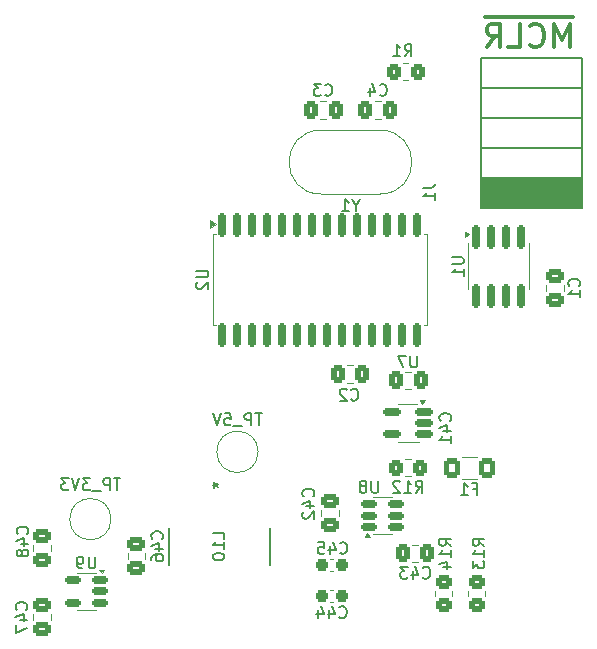
<source format=gbo>
%TF.GenerationSoftware,KiCad,Pcbnew,8.0.6*%
%TF.CreationDate,2025-01-08T17:22:55-05:00*%
%TF.ProjectId,LTT,4c54542e-6b69-4636-9164-5f7063625858,rev?*%
%TF.SameCoordinates,Original*%
%TF.FileFunction,Legend,Bot*%
%TF.FilePolarity,Positive*%
%FSLAX46Y46*%
G04 Gerber Fmt 4.6, Leading zero omitted, Abs format (unit mm)*
G04 Created by KiCad (PCBNEW 8.0.6) date 2025-01-08 17:22:55*
%MOMM*%
%LPD*%
G01*
G04 APERTURE LIST*
G04 Aperture macros list*
%AMRoundRect*
0 Rectangle with rounded corners*
0 $1 Rounding radius*
0 $2 $3 $4 $5 $6 $7 $8 $9 X,Y pos of 4 corners*
0 Add a 4 corners polygon primitive as box body*
4,1,4,$2,$3,$4,$5,$6,$7,$8,$9,$2,$3,0*
0 Add four circle primitives for the rounded corners*
1,1,$1+$1,$2,$3*
1,1,$1+$1,$4,$5*
1,1,$1+$1,$6,$7*
1,1,$1+$1,$8,$9*
0 Add four rect primitives between the rounded corners*
20,1,$1+$1,$2,$3,$4,$5,0*
20,1,$1+$1,$4,$5,$6,$7,0*
20,1,$1+$1,$6,$7,$8,$9,0*
20,1,$1+$1,$8,$9,$2,$3,0*%
G04 Aperture macros list end*
%ADD10C,0.300000*%
%ADD11C,0.150000*%
%ADD12C,0.120000*%
%ADD13C,0.152400*%
%ADD14C,0.800000*%
%ADD15C,6.400000*%
%ADD16RoundRect,0.102000X0.500000X2.280000X-0.500000X2.280000X-0.500000X-2.280000X0.500000X-2.280000X0*%
%ADD17C,2.200000*%
%ADD18R,1.200000X1.200000*%
%ADD19C,1.200000*%
%ADD20RoundRect,0.162500X0.617500X0.162500X-0.617500X0.162500X-0.617500X-0.162500X0.617500X-0.162500X0*%
%ADD21RoundRect,0.237500X-0.300000X-0.237500X0.300000X-0.237500X0.300000X0.237500X-0.300000X0.237500X0*%
%ADD22RoundRect,0.250000X0.475000X-0.337500X0.475000X0.337500X-0.475000X0.337500X-0.475000X-0.337500X0*%
%ADD23RoundRect,0.250000X-0.350000X-0.450000X0.350000X-0.450000X0.350000X0.450000X-0.350000X0.450000X0*%
%ADD24RoundRect,0.250000X-0.475000X0.337500X-0.475000X-0.337500X0.475000X-0.337500X0.475000X0.337500X0*%
%ADD25RoundRect,0.250000X0.337500X0.475000X-0.337500X0.475000X-0.337500X-0.475000X0.337500X-0.475000X0*%
%ADD26RoundRect,0.150000X-0.150000X0.875000X-0.150000X-0.875000X0.150000X-0.875000X0.150000X0.875000X0*%
%ADD27RoundRect,0.250000X-0.450000X0.350000X-0.450000X-0.350000X0.450000X-0.350000X0.450000X0.350000X0*%
%ADD28RoundRect,0.150000X-0.512500X-0.150000X0.512500X-0.150000X0.512500X0.150000X-0.512500X0.150000X0*%
%ADD29C,3.000000*%
%ADD30RoundRect,0.150000X-0.150000X0.825000X-0.150000X-0.825000X0.150000X-0.825000X0.150000X0.825000X0*%
%ADD31RoundRect,0.150000X0.512500X0.150000X-0.512500X0.150000X-0.512500X-0.150000X0.512500X-0.150000X0*%
%ADD32R,2.000000X1.000000*%
%ADD33RoundRect,0.250000X-0.337500X-0.475000X0.337500X-0.475000X0.337500X0.475000X-0.337500X0.475000X0*%
%ADD34RoundRect,0.250000X0.450000X-0.350000X0.450000X0.350000X-0.450000X0.350000X-0.450000X-0.350000X0*%
%ADD35RoundRect,0.250001X-0.462499X-0.624999X0.462499X-0.624999X0.462499X0.624999X-0.462499X0.624999X0*%
%ADD36C,1.500000*%
%ADD37R,8.001000X2.209800*%
G04 APERTURE END LIST*
D10*
X172926441Y-90939638D02*
X172926441Y-88939638D01*
X172926441Y-88939638D02*
X172259774Y-90368209D01*
X172259774Y-90368209D02*
X171593108Y-88939638D01*
X171593108Y-88939638D02*
X171593108Y-90939638D01*
X169497870Y-90749161D02*
X169593108Y-90844400D01*
X169593108Y-90844400D02*
X169878822Y-90939638D01*
X169878822Y-90939638D02*
X170069298Y-90939638D01*
X170069298Y-90939638D02*
X170355013Y-90844400D01*
X170355013Y-90844400D02*
X170545489Y-90653923D01*
X170545489Y-90653923D02*
X170640727Y-90463447D01*
X170640727Y-90463447D02*
X170735965Y-90082495D01*
X170735965Y-90082495D02*
X170735965Y-89796780D01*
X170735965Y-89796780D02*
X170640727Y-89415828D01*
X170640727Y-89415828D02*
X170545489Y-89225352D01*
X170545489Y-89225352D02*
X170355013Y-89034876D01*
X170355013Y-89034876D02*
X170069298Y-88939638D01*
X170069298Y-88939638D02*
X169878822Y-88939638D01*
X169878822Y-88939638D02*
X169593108Y-89034876D01*
X169593108Y-89034876D02*
X169497870Y-89130114D01*
X167688346Y-90939638D02*
X168640727Y-90939638D01*
X168640727Y-90939638D02*
X168640727Y-88939638D01*
X165878822Y-90939638D02*
X166545489Y-89987257D01*
X167021679Y-90939638D02*
X167021679Y-88939638D01*
X167021679Y-88939638D02*
X166259774Y-88939638D01*
X166259774Y-88939638D02*
X166069298Y-89034876D01*
X166069298Y-89034876D02*
X165974060Y-89130114D01*
X165974060Y-89130114D02*
X165878822Y-89320590D01*
X165878822Y-89320590D02*
X165878822Y-89606304D01*
X165878822Y-89606304D02*
X165974060Y-89796780D01*
X165974060Y-89796780D02*
X166069298Y-89892019D01*
X166069298Y-89892019D02*
X166259774Y-89987257D01*
X166259774Y-89987257D02*
X167021679Y-89987257D01*
X173202632Y-88384400D02*
X165697870Y-88384400D01*
D11*
X159961904Y-117054819D02*
X159961904Y-117864342D01*
X159961904Y-117864342D02*
X159914285Y-117959580D01*
X159914285Y-117959580D02*
X159866666Y-118007200D01*
X159866666Y-118007200D02*
X159771428Y-118054819D01*
X159771428Y-118054819D02*
X159580952Y-118054819D01*
X159580952Y-118054819D02*
X159485714Y-118007200D01*
X159485714Y-118007200D02*
X159438095Y-117959580D01*
X159438095Y-117959580D02*
X159390476Y-117864342D01*
X159390476Y-117864342D02*
X159390476Y-117054819D01*
X159009523Y-117054819D02*
X158342857Y-117054819D01*
X158342857Y-117054819D02*
X158771428Y-118054819D01*
X153442857Y-133759580D02*
X153490476Y-133807200D01*
X153490476Y-133807200D02*
X153633333Y-133854819D01*
X153633333Y-133854819D02*
X153728571Y-133854819D01*
X153728571Y-133854819D02*
X153871428Y-133807200D01*
X153871428Y-133807200D02*
X153966666Y-133711961D01*
X153966666Y-133711961D02*
X154014285Y-133616723D01*
X154014285Y-133616723D02*
X154061904Y-133426247D01*
X154061904Y-133426247D02*
X154061904Y-133283390D01*
X154061904Y-133283390D02*
X154014285Y-133092914D01*
X154014285Y-133092914D02*
X153966666Y-132997676D01*
X153966666Y-132997676D02*
X153871428Y-132902438D01*
X153871428Y-132902438D02*
X153728571Y-132854819D01*
X153728571Y-132854819D02*
X153633333Y-132854819D01*
X153633333Y-132854819D02*
X153490476Y-132902438D01*
X153490476Y-132902438D02*
X153442857Y-132950057D01*
X152585714Y-133188152D02*
X152585714Y-133854819D01*
X152823809Y-132807200D02*
X153061904Y-133521485D01*
X153061904Y-133521485D02*
X152442857Y-133521485D01*
X151585714Y-132854819D02*
X152061904Y-132854819D01*
X152061904Y-132854819D02*
X152109523Y-133331009D01*
X152109523Y-133331009D02*
X152061904Y-133283390D01*
X152061904Y-133283390D02*
X151966666Y-133235771D01*
X151966666Y-133235771D02*
X151728571Y-133235771D01*
X151728571Y-133235771D02*
X151633333Y-133283390D01*
X151633333Y-133283390D02*
X151585714Y-133331009D01*
X151585714Y-133331009D02*
X151538095Y-133426247D01*
X151538095Y-133426247D02*
X151538095Y-133664342D01*
X151538095Y-133664342D02*
X151585714Y-133759580D01*
X151585714Y-133759580D02*
X151633333Y-133807200D01*
X151633333Y-133807200D02*
X151728571Y-133854819D01*
X151728571Y-133854819D02*
X151966666Y-133854819D01*
X151966666Y-133854819D02*
X152061904Y-133807200D01*
X152061904Y-133807200D02*
X152109523Y-133759580D01*
X173667080Y-111150833D02*
X173714700Y-111103214D01*
X173714700Y-111103214D02*
X173762319Y-110960357D01*
X173762319Y-110960357D02*
X173762319Y-110865119D01*
X173762319Y-110865119D02*
X173714700Y-110722262D01*
X173714700Y-110722262D02*
X173619461Y-110627024D01*
X173619461Y-110627024D02*
X173524223Y-110579405D01*
X173524223Y-110579405D02*
X173333747Y-110531786D01*
X173333747Y-110531786D02*
X173190890Y-110531786D01*
X173190890Y-110531786D02*
X173000414Y-110579405D01*
X173000414Y-110579405D02*
X172905176Y-110627024D01*
X172905176Y-110627024D02*
X172809938Y-110722262D01*
X172809938Y-110722262D02*
X172762319Y-110865119D01*
X172762319Y-110865119D02*
X172762319Y-110960357D01*
X172762319Y-110960357D02*
X172809938Y-111103214D01*
X172809938Y-111103214D02*
X172857557Y-111150833D01*
X173762319Y-112103214D02*
X173762319Y-111531786D01*
X173762319Y-111817500D02*
X172762319Y-111817500D01*
X172762319Y-111817500D02*
X172905176Y-111722262D01*
X172905176Y-111722262D02*
X173000414Y-111627024D01*
X173000414Y-111627024D02*
X173048033Y-111531786D01*
X159842857Y-128647319D02*
X160176190Y-128171128D01*
X160414285Y-128647319D02*
X160414285Y-127647319D01*
X160414285Y-127647319D02*
X160033333Y-127647319D01*
X160033333Y-127647319D02*
X159938095Y-127694938D01*
X159938095Y-127694938D02*
X159890476Y-127742557D01*
X159890476Y-127742557D02*
X159842857Y-127837795D01*
X159842857Y-127837795D02*
X159842857Y-127980652D01*
X159842857Y-127980652D02*
X159890476Y-128075890D01*
X159890476Y-128075890D02*
X159938095Y-128123509D01*
X159938095Y-128123509D02*
X160033333Y-128171128D01*
X160033333Y-128171128D02*
X160414285Y-128171128D01*
X158890476Y-128647319D02*
X159461904Y-128647319D01*
X159176190Y-128647319D02*
X159176190Y-127647319D01*
X159176190Y-127647319D02*
X159271428Y-127790176D01*
X159271428Y-127790176D02*
X159366666Y-127885414D01*
X159366666Y-127885414D02*
X159461904Y-127933033D01*
X158509523Y-127742557D02*
X158461904Y-127694938D01*
X158461904Y-127694938D02*
X158366666Y-127647319D01*
X158366666Y-127647319D02*
X158128571Y-127647319D01*
X158128571Y-127647319D02*
X158033333Y-127694938D01*
X158033333Y-127694938D02*
X157985714Y-127742557D01*
X157985714Y-127742557D02*
X157938095Y-127837795D01*
X157938095Y-127837795D02*
X157938095Y-127933033D01*
X157938095Y-127933033D02*
X157985714Y-128075890D01*
X157985714Y-128075890D02*
X158557142Y-128647319D01*
X158557142Y-128647319D02*
X157938095Y-128647319D01*
X151159580Y-128957142D02*
X151207200Y-128909523D01*
X151207200Y-128909523D02*
X151254819Y-128766666D01*
X151254819Y-128766666D02*
X151254819Y-128671428D01*
X151254819Y-128671428D02*
X151207200Y-128528571D01*
X151207200Y-128528571D02*
X151111961Y-128433333D01*
X151111961Y-128433333D02*
X151016723Y-128385714D01*
X151016723Y-128385714D02*
X150826247Y-128338095D01*
X150826247Y-128338095D02*
X150683390Y-128338095D01*
X150683390Y-128338095D02*
X150492914Y-128385714D01*
X150492914Y-128385714D02*
X150397676Y-128433333D01*
X150397676Y-128433333D02*
X150302438Y-128528571D01*
X150302438Y-128528571D02*
X150254819Y-128671428D01*
X150254819Y-128671428D02*
X150254819Y-128766666D01*
X150254819Y-128766666D02*
X150302438Y-128909523D01*
X150302438Y-128909523D02*
X150350057Y-128957142D01*
X150588152Y-129814285D02*
X151254819Y-129814285D01*
X150207200Y-129576190D02*
X150921485Y-129338095D01*
X150921485Y-129338095D02*
X150921485Y-129957142D01*
X150350057Y-130290476D02*
X150302438Y-130338095D01*
X150302438Y-130338095D02*
X150254819Y-130433333D01*
X150254819Y-130433333D02*
X150254819Y-130671428D01*
X150254819Y-130671428D02*
X150302438Y-130766666D01*
X150302438Y-130766666D02*
X150350057Y-130814285D01*
X150350057Y-130814285D02*
X150445295Y-130861904D01*
X150445295Y-130861904D02*
X150540533Y-130861904D01*
X150540533Y-130861904D02*
X150683390Y-130814285D01*
X150683390Y-130814285D02*
X151254819Y-130242857D01*
X151254819Y-130242857D02*
X151254819Y-130861904D01*
X152166666Y-94959580D02*
X152214285Y-95007200D01*
X152214285Y-95007200D02*
X152357142Y-95054819D01*
X152357142Y-95054819D02*
X152452380Y-95054819D01*
X152452380Y-95054819D02*
X152595237Y-95007200D01*
X152595237Y-95007200D02*
X152690475Y-94911961D01*
X152690475Y-94911961D02*
X152738094Y-94816723D01*
X152738094Y-94816723D02*
X152785713Y-94626247D01*
X152785713Y-94626247D02*
X152785713Y-94483390D01*
X152785713Y-94483390D02*
X152738094Y-94292914D01*
X152738094Y-94292914D02*
X152690475Y-94197676D01*
X152690475Y-94197676D02*
X152595237Y-94102438D01*
X152595237Y-94102438D02*
X152452380Y-94054819D01*
X152452380Y-94054819D02*
X152357142Y-94054819D01*
X152357142Y-94054819D02*
X152214285Y-94102438D01*
X152214285Y-94102438D02*
X152166666Y-94150057D01*
X151833332Y-94054819D02*
X151214285Y-94054819D01*
X151214285Y-94054819D02*
X151547618Y-94435771D01*
X151547618Y-94435771D02*
X151404761Y-94435771D01*
X151404761Y-94435771D02*
X151309523Y-94483390D01*
X151309523Y-94483390D02*
X151261904Y-94531009D01*
X151261904Y-94531009D02*
X151214285Y-94626247D01*
X151214285Y-94626247D02*
X151214285Y-94864342D01*
X151214285Y-94864342D02*
X151261904Y-94959580D01*
X151261904Y-94959580D02*
X151309523Y-95007200D01*
X151309523Y-95007200D02*
X151404761Y-95054819D01*
X151404761Y-95054819D02*
X151690475Y-95054819D01*
X151690475Y-95054819D02*
X151785713Y-95007200D01*
X151785713Y-95007200D02*
X151833332Y-94959580D01*
X126879580Y-138557142D02*
X126927200Y-138509523D01*
X126927200Y-138509523D02*
X126974819Y-138366666D01*
X126974819Y-138366666D02*
X126974819Y-138271428D01*
X126974819Y-138271428D02*
X126927200Y-138128571D01*
X126927200Y-138128571D02*
X126831961Y-138033333D01*
X126831961Y-138033333D02*
X126736723Y-137985714D01*
X126736723Y-137985714D02*
X126546247Y-137938095D01*
X126546247Y-137938095D02*
X126403390Y-137938095D01*
X126403390Y-137938095D02*
X126212914Y-137985714D01*
X126212914Y-137985714D02*
X126117676Y-138033333D01*
X126117676Y-138033333D02*
X126022438Y-138128571D01*
X126022438Y-138128571D02*
X125974819Y-138271428D01*
X125974819Y-138271428D02*
X125974819Y-138366666D01*
X125974819Y-138366666D02*
X126022438Y-138509523D01*
X126022438Y-138509523D02*
X126070057Y-138557142D01*
X126308152Y-139414285D02*
X126974819Y-139414285D01*
X125927200Y-139176190D02*
X126641485Y-138938095D01*
X126641485Y-138938095D02*
X126641485Y-139557142D01*
X125974819Y-139842857D02*
X125974819Y-140509523D01*
X125974819Y-140509523D02*
X126974819Y-140080952D01*
X141279819Y-109858095D02*
X142089342Y-109858095D01*
X142089342Y-109858095D02*
X142184580Y-109905714D01*
X142184580Y-109905714D02*
X142232200Y-109953333D01*
X142232200Y-109953333D02*
X142279819Y-110048571D01*
X142279819Y-110048571D02*
X142279819Y-110239047D01*
X142279819Y-110239047D02*
X142232200Y-110334285D01*
X142232200Y-110334285D02*
X142184580Y-110381904D01*
X142184580Y-110381904D02*
X142089342Y-110429523D01*
X142089342Y-110429523D02*
X141279819Y-110429523D01*
X141375057Y-110858095D02*
X141327438Y-110905714D01*
X141327438Y-110905714D02*
X141279819Y-111000952D01*
X141279819Y-111000952D02*
X141279819Y-111239047D01*
X141279819Y-111239047D02*
X141327438Y-111334285D01*
X141327438Y-111334285D02*
X141375057Y-111381904D01*
X141375057Y-111381904D02*
X141470295Y-111429523D01*
X141470295Y-111429523D02*
X141565533Y-111429523D01*
X141565533Y-111429523D02*
X141708390Y-111381904D01*
X141708390Y-111381904D02*
X142279819Y-110810476D01*
X142279819Y-110810476D02*
X142279819Y-111429523D01*
X162854819Y-133157142D02*
X162378628Y-132823809D01*
X162854819Y-132585714D02*
X161854819Y-132585714D01*
X161854819Y-132585714D02*
X161854819Y-132966666D01*
X161854819Y-132966666D02*
X161902438Y-133061904D01*
X161902438Y-133061904D02*
X161950057Y-133109523D01*
X161950057Y-133109523D02*
X162045295Y-133157142D01*
X162045295Y-133157142D02*
X162188152Y-133157142D01*
X162188152Y-133157142D02*
X162283390Y-133109523D01*
X162283390Y-133109523D02*
X162331009Y-133061904D01*
X162331009Y-133061904D02*
X162378628Y-132966666D01*
X162378628Y-132966666D02*
X162378628Y-132585714D01*
X162854819Y-134109523D02*
X162854819Y-133538095D01*
X162854819Y-133823809D02*
X161854819Y-133823809D01*
X161854819Y-133823809D02*
X161997676Y-133728571D01*
X161997676Y-133728571D02*
X162092914Y-133633333D01*
X162092914Y-133633333D02*
X162140533Y-133538095D01*
X162188152Y-134966666D02*
X162854819Y-134966666D01*
X161807200Y-134728571D02*
X162521485Y-134490476D01*
X162521485Y-134490476D02*
X162521485Y-135109523D01*
X156661904Y-127654819D02*
X156661904Y-128464342D01*
X156661904Y-128464342D02*
X156614285Y-128559580D01*
X156614285Y-128559580D02*
X156566666Y-128607200D01*
X156566666Y-128607200D02*
X156471428Y-128654819D01*
X156471428Y-128654819D02*
X156280952Y-128654819D01*
X156280952Y-128654819D02*
X156185714Y-128607200D01*
X156185714Y-128607200D02*
X156138095Y-128559580D01*
X156138095Y-128559580D02*
X156090476Y-128464342D01*
X156090476Y-128464342D02*
X156090476Y-127654819D01*
X155471428Y-128083390D02*
X155566666Y-128035771D01*
X155566666Y-128035771D02*
X155614285Y-127988152D01*
X155614285Y-127988152D02*
X155661904Y-127892914D01*
X155661904Y-127892914D02*
X155661904Y-127845295D01*
X155661904Y-127845295D02*
X155614285Y-127750057D01*
X155614285Y-127750057D02*
X155566666Y-127702438D01*
X155566666Y-127702438D02*
X155471428Y-127654819D01*
X155471428Y-127654819D02*
X155280952Y-127654819D01*
X155280952Y-127654819D02*
X155185714Y-127702438D01*
X155185714Y-127702438D02*
X155138095Y-127750057D01*
X155138095Y-127750057D02*
X155090476Y-127845295D01*
X155090476Y-127845295D02*
X155090476Y-127892914D01*
X155090476Y-127892914D02*
X155138095Y-127988152D01*
X155138095Y-127988152D02*
X155185714Y-128035771D01*
X155185714Y-128035771D02*
X155280952Y-128083390D01*
X155280952Y-128083390D02*
X155471428Y-128083390D01*
X155471428Y-128083390D02*
X155566666Y-128131009D01*
X155566666Y-128131009D02*
X155614285Y-128178628D01*
X155614285Y-128178628D02*
X155661904Y-128273866D01*
X155661904Y-128273866D02*
X155661904Y-128464342D01*
X155661904Y-128464342D02*
X155614285Y-128559580D01*
X155614285Y-128559580D02*
X155566666Y-128607200D01*
X155566666Y-128607200D02*
X155471428Y-128654819D01*
X155471428Y-128654819D02*
X155280952Y-128654819D01*
X155280952Y-128654819D02*
X155185714Y-128607200D01*
X155185714Y-128607200D02*
X155138095Y-128559580D01*
X155138095Y-128559580D02*
X155090476Y-128464342D01*
X155090476Y-128464342D02*
X155090476Y-128273866D01*
X155090476Y-128273866D02*
X155138095Y-128178628D01*
X155138095Y-128178628D02*
X155185714Y-128131009D01*
X155185714Y-128131009D02*
X155280952Y-128083390D01*
X134847618Y-127454819D02*
X134276190Y-127454819D01*
X134561904Y-128454819D02*
X134561904Y-127454819D01*
X133942856Y-128454819D02*
X133942856Y-127454819D01*
X133942856Y-127454819D02*
X133561904Y-127454819D01*
X133561904Y-127454819D02*
X133466666Y-127502438D01*
X133466666Y-127502438D02*
X133419047Y-127550057D01*
X133419047Y-127550057D02*
X133371428Y-127645295D01*
X133371428Y-127645295D02*
X133371428Y-127788152D01*
X133371428Y-127788152D02*
X133419047Y-127883390D01*
X133419047Y-127883390D02*
X133466666Y-127931009D01*
X133466666Y-127931009D02*
X133561904Y-127978628D01*
X133561904Y-127978628D02*
X133942856Y-127978628D01*
X133180952Y-128550057D02*
X132419047Y-128550057D01*
X132276189Y-127454819D02*
X131657142Y-127454819D01*
X131657142Y-127454819D02*
X131990475Y-127835771D01*
X131990475Y-127835771D02*
X131847618Y-127835771D01*
X131847618Y-127835771D02*
X131752380Y-127883390D01*
X131752380Y-127883390D02*
X131704761Y-127931009D01*
X131704761Y-127931009D02*
X131657142Y-128026247D01*
X131657142Y-128026247D02*
X131657142Y-128264342D01*
X131657142Y-128264342D02*
X131704761Y-128359580D01*
X131704761Y-128359580D02*
X131752380Y-128407200D01*
X131752380Y-128407200D02*
X131847618Y-128454819D01*
X131847618Y-128454819D02*
X132133332Y-128454819D01*
X132133332Y-128454819D02*
X132228570Y-128407200D01*
X132228570Y-128407200D02*
X132276189Y-128359580D01*
X131371427Y-127454819D02*
X131038094Y-128454819D01*
X131038094Y-128454819D02*
X130704761Y-127454819D01*
X130466665Y-127454819D02*
X129847618Y-127454819D01*
X129847618Y-127454819D02*
X130180951Y-127835771D01*
X130180951Y-127835771D02*
X130038094Y-127835771D01*
X130038094Y-127835771D02*
X129942856Y-127883390D01*
X129942856Y-127883390D02*
X129895237Y-127931009D01*
X129895237Y-127931009D02*
X129847618Y-128026247D01*
X129847618Y-128026247D02*
X129847618Y-128264342D01*
X129847618Y-128264342D02*
X129895237Y-128359580D01*
X129895237Y-128359580D02*
X129942856Y-128407200D01*
X129942856Y-128407200D02*
X130038094Y-128454819D01*
X130038094Y-128454819D02*
X130323808Y-128454819D01*
X130323808Y-128454819D02*
X130419046Y-128407200D01*
X130419046Y-128407200D02*
X130466665Y-128359580D01*
X162902319Y-108728095D02*
X163711842Y-108728095D01*
X163711842Y-108728095D02*
X163807080Y-108775714D01*
X163807080Y-108775714D02*
X163854700Y-108823333D01*
X163854700Y-108823333D02*
X163902319Y-108918571D01*
X163902319Y-108918571D02*
X163902319Y-109109047D01*
X163902319Y-109109047D02*
X163854700Y-109204285D01*
X163854700Y-109204285D02*
X163807080Y-109251904D01*
X163807080Y-109251904D02*
X163711842Y-109299523D01*
X163711842Y-109299523D02*
X162902319Y-109299523D01*
X163902319Y-110299523D02*
X163902319Y-109728095D01*
X163902319Y-110013809D02*
X162902319Y-110013809D01*
X162902319Y-110013809D02*
X163045176Y-109918571D01*
X163045176Y-109918571D02*
X163140414Y-109823333D01*
X163140414Y-109823333D02*
X163188033Y-109728095D01*
X132716904Y-134064819D02*
X132716904Y-134874342D01*
X132716904Y-134874342D02*
X132669285Y-134969580D01*
X132669285Y-134969580D02*
X132621666Y-135017200D01*
X132621666Y-135017200D02*
X132526428Y-135064819D01*
X132526428Y-135064819D02*
X132335952Y-135064819D01*
X132335952Y-135064819D02*
X132240714Y-135017200D01*
X132240714Y-135017200D02*
X132193095Y-134969580D01*
X132193095Y-134969580D02*
X132145476Y-134874342D01*
X132145476Y-134874342D02*
X132145476Y-134064819D01*
X131621666Y-135064819D02*
X131431190Y-135064819D01*
X131431190Y-135064819D02*
X131335952Y-135017200D01*
X131335952Y-135017200D02*
X131288333Y-134969580D01*
X131288333Y-134969580D02*
X131193095Y-134826723D01*
X131193095Y-134826723D02*
X131145476Y-134636247D01*
X131145476Y-134636247D02*
X131145476Y-134255295D01*
X131145476Y-134255295D02*
X131193095Y-134160057D01*
X131193095Y-134160057D02*
X131240714Y-134112438D01*
X131240714Y-134112438D02*
X131335952Y-134064819D01*
X131335952Y-134064819D02*
X131526428Y-134064819D01*
X131526428Y-134064819D02*
X131621666Y-134112438D01*
X131621666Y-134112438D02*
X131669285Y-134160057D01*
X131669285Y-134160057D02*
X131716904Y-134255295D01*
X131716904Y-134255295D02*
X131716904Y-134493390D01*
X131716904Y-134493390D02*
X131669285Y-134588628D01*
X131669285Y-134588628D02*
X131621666Y-134636247D01*
X131621666Y-134636247D02*
X131526428Y-134683866D01*
X131526428Y-134683866D02*
X131335952Y-134683866D01*
X131335952Y-134683866D02*
X131240714Y-134636247D01*
X131240714Y-134636247D02*
X131193095Y-134588628D01*
X131193095Y-134588628D02*
X131145476Y-134493390D01*
X160454819Y-102866666D02*
X161169104Y-102866666D01*
X161169104Y-102866666D02*
X161311961Y-102819047D01*
X161311961Y-102819047D02*
X161407200Y-102723809D01*
X161407200Y-102723809D02*
X161454819Y-102580952D01*
X161454819Y-102580952D02*
X161454819Y-102485714D01*
X161454819Y-103866666D02*
X161454819Y-103295238D01*
X161454819Y-103580952D02*
X160454819Y-103580952D01*
X160454819Y-103580952D02*
X160597676Y-103485714D01*
X160597676Y-103485714D02*
X160692914Y-103390476D01*
X160692914Y-103390476D02*
X160740533Y-103295238D01*
X153380357Y-139189580D02*
X153427976Y-139237200D01*
X153427976Y-139237200D02*
X153570833Y-139284819D01*
X153570833Y-139284819D02*
X153666071Y-139284819D01*
X153666071Y-139284819D02*
X153808928Y-139237200D01*
X153808928Y-139237200D02*
X153904166Y-139141961D01*
X153904166Y-139141961D02*
X153951785Y-139046723D01*
X153951785Y-139046723D02*
X153999404Y-138856247D01*
X153999404Y-138856247D02*
X153999404Y-138713390D01*
X153999404Y-138713390D02*
X153951785Y-138522914D01*
X153951785Y-138522914D02*
X153904166Y-138427676D01*
X153904166Y-138427676D02*
X153808928Y-138332438D01*
X153808928Y-138332438D02*
X153666071Y-138284819D01*
X153666071Y-138284819D02*
X153570833Y-138284819D01*
X153570833Y-138284819D02*
X153427976Y-138332438D01*
X153427976Y-138332438D02*
X153380357Y-138380057D01*
X152523214Y-138618152D02*
X152523214Y-139284819D01*
X152761309Y-138237200D02*
X152999404Y-138951485D01*
X152999404Y-138951485D02*
X152380357Y-138951485D01*
X151570833Y-138618152D02*
X151570833Y-139284819D01*
X151808928Y-138237200D02*
X152047023Y-138951485D01*
X152047023Y-138951485D02*
X151427976Y-138951485D01*
X162759580Y-122557142D02*
X162807200Y-122509523D01*
X162807200Y-122509523D02*
X162854819Y-122366666D01*
X162854819Y-122366666D02*
X162854819Y-122271428D01*
X162854819Y-122271428D02*
X162807200Y-122128571D01*
X162807200Y-122128571D02*
X162711961Y-122033333D01*
X162711961Y-122033333D02*
X162616723Y-121985714D01*
X162616723Y-121985714D02*
X162426247Y-121938095D01*
X162426247Y-121938095D02*
X162283390Y-121938095D01*
X162283390Y-121938095D02*
X162092914Y-121985714D01*
X162092914Y-121985714D02*
X161997676Y-122033333D01*
X161997676Y-122033333D02*
X161902438Y-122128571D01*
X161902438Y-122128571D02*
X161854819Y-122271428D01*
X161854819Y-122271428D02*
X161854819Y-122366666D01*
X161854819Y-122366666D02*
X161902438Y-122509523D01*
X161902438Y-122509523D02*
X161950057Y-122557142D01*
X162188152Y-123414285D02*
X162854819Y-123414285D01*
X161807200Y-123176190D02*
X162521485Y-122938095D01*
X162521485Y-122938095D02*
X162521485Y-123557142D01*
X162854819Y-124461904D02*
X162854819Y-123890476D01*
X162854819Y-124176190D02*
X161854819Y-124176190D01*
X161854819Y-124176190D02*
X161997676Y-124080952D01*
X161997676Y-124080952D02*
X162092914Y-123985714D01*
X162092914Y-123985714D02*
X162140533Y-123890476D01*
X138359580Y-132557142D02*
X138407200Y-132509523D01*
X138407200Y-132509523D02*
X138454819Y-132366666D01*
X138454819Y-132366666D02*
X138454819Y-132271428D01*
X138454819Y-132271428D02*
X138407200Y-132128571D01*
X138407200Y-132128571D02*
X138311961Y-132033333D01*
X138311961Y-132033333D02*
X138216723Y-131985714D01*
X138216723Y-131985714D02*
X138026247Y-131938095D01*
X138026247Y-131938095D02*
X137883390Y-131938095D01*
X137883390Y-131938095D02*
X137692914Y-131985714D01*
X137692914Y-131985714D02*
X137597676Y-132033333D01*
X137597676Y-132033333D02*
X137502438Y-132128571D01*
X137502438Y-132128571D02*
X137454819Y-132271428D01*
X137454819Y-132271428D02*
X137454819Y-132366666D01*
X137454819Y-132366666D02*
X137502438Y-132509523D01*
X137502438Y-132509523D02*
X137550057Y-132557142D01*
X137788152Y-133414285D02*
X138454819Y-133414285D01*
X137407200Y-133176190D02*
X138121485Y-132938095D01*
X138121485Y-132938095D02*
X138121485Y-133557142D01*
X137454819Y-134366666D02*
X137454819Y-134176190D01*
X137454819Y-134176190D02*
X137502438Y-134080952D01*
X137502438Y-134080952D02*
X137550057Y-134033333D01*
X137550057Y-134033333D02*
X137692914Y-133938095D01*
X137692914Y-133938095D02*
X137883390Y-133890476D01*
X137883390Y-133890476D02*
X138264342Y-133890476D01*
X138264342Y-133890476D02*
X138359580Y-133938095D01*
X138359580Y-133938095D02*
X138407200Y-133985714D01*
X138407200Y-133985714D02*
X138454819Y-134080952D01*
X138454819Y-134080952D02*
X138454819Y-134271428D01*
X138454819Y-134271428D02*
X138407200Y-134366666D01*
X138407200Y-134366666D02*
X138359580Y-134414285D01*
X138359580Y-134414285D02*
X138264342Y-134461904D01*
X138264342Y-134461904D02*
X138026247Y-134461904D01*
X138026247Y-134461904D02*
X137931009Y-134414285D01*
X137931009Y-134414285D02*
X137883390Y-134366666D01*
X137883390Y-134366666D02*
X137835771Y-134271428D01*
X137835771Y-134271428D02*
X137835771Y-134080952D01*
X137835771Y-134080952D02*
X137883390Y-133985714D01*
X137883390Y-133985714D02*
X137931009Y-133938095D01*
X137931009Y-133938095D02*
X138026247Y-133890476D01*
X126959580Y-132157142D02*
X127007200Y-132109523D01*
X127007200Y-132109523D02*
X127054819Y-131966666D01*
X127054819Y-131966666D02*
X127054819Y-131871428D01*
X127054819Y-131871428D02*
X127007200Y-131728571D01*
X127007200Y-131728571D02*
X126911961Y-131633333D01*
X126911961Y-131633333D02*
X126816723Y-131585714D01*
X126816723Y-131585714D02*
X126626247Y-131538095D01*
X126626247Y-131538095D02*
X126483390Y-131538095D01*
X126483390Y-131538095D02*
X126292914Y-131585714D01*
X126292914Y-131585714D02*
X126197676Y-131633333D01*
X126197676Y-131633333D02*
X126102438Y-131728571D01*
X126102438Y-131728571D02*
X126054819Y-131871428D01*
X126054819Y-131871428D02*
X126054819Y-131966666D01*
X126054819Y-131966666D02*
X126102438Y-132109523D01*
X126102438Y-132109523D02*
X126150057Y-132157142D01*
X126388152Y-133014285D02*
X127054819Y-133014285D01*
X126007200Y-132776190D02*
X126721485Y-132538095D01*
X126721485Y-132538095D02*
X126721485Y-133157142D01*
X126483390Y-133680952D02*
X126435771Y-133585714D01*
X126435771Y-133585714D02*
X126388152Y-133538095D01*
X126388152Y-133538095D02*
X126292914Y-133490476D01*
X126292914Y-133490476D02*
X126245295Y-133490476D01*
X126245295Y-133490476D02*
X126150057Y-133538095D01*
X126150057Y-133538095D02*
X126102438Y-133585714D01*
X126102438Y-133585714D02*
X126054819Y-133680952D01*
X126054819Y-133680952D02*
X126054819Y-133871428D01*
X126054819Y-133871428D02*
X126102438Y-133966666D01*
X126102438Y-133966666D02*
X126150057Y-134014285D01*
X126150057Y-134014285D02*
X126245295Y-134061904D01*
X126245295Y-134061904D02*
X126292914Y-134061904D01*
X126292914Y-134061904D02*
X126388152Y-134014285D01*
X126388152Y-134014285D02*
X126435771Y-133966666D01*
X126435771Y-133966666D02*
X126483390Y-133871428D01*
X126483390Y-133871428D02*
X126483390Y-133680952D01*
X126483390Y-133680952D02*
X126531009Y-133585714D01*
X126531009Y-133585714D02*
X126578628Y-133538095D01*
X126578628Y-133538095D02*
X126673866Y-133490476D01*
X126673866Y-133490476D02*
X126864342Y-133490476D01*
X126864342Y-133490476D02*
X126959580Y-133538095D01*
X126959580Y-133538095D02*
X127007200Y-133585714D01*
X127007200Y-133585714D02*
X127054819Y-133680952D01*
X127054819Y-133680952D02*
X127054819Y-133871428D01*
X127054819Y-133871428D02*
X127007200Y-133966666D01*
X127007200Y-133966666D02*
X126959580Y-134014285D01*
X126959580Y-134014285D02*
X126864342Y-134061904D01*
X126864342Y-134061904D02*
X126673866Y-134061904D01*
X126673866Y-134061904D02*
X126578628Y-134014285D01*
X126578628Y-134014285D02*
X126531009Y-133966666D01*
X126531009Y-133966666D02*
X126483390Y-133871428D01*
X158916666Y-91704819D02*
X159249999Y-91228628D01*
X159488094Y-91704819D02*
X159488094Y-90704819D01*
X159488094Y-90704819D02*
X159107142Y-90704819D01*
X159107142Y-90704819D02*
X159011904Y-90752438D01*
X159011904Y-90752438D02*
X158964285Y-90800057D01*
X158964285Y-90800057D02*
X158916666Y-90895295D01*
X158916666Y-90895295D02*
X158916666Y-91038152D01*
X158916666Y-91038152D02*
X158964285Y-91133390D01*
X158964285Y-91133390D02*
X159011904Y-91181009D01*
X159011904Y-91181009D02*
X159107142Y-91228628D01*
X159107142Y-91228628D02*
X159488094Y-91228628D01*
X157964285Y-91704819D02*
X158535713Y-91704819D01*
X158249999Y-91704819D02*
X158249999Y-90704819D01*
X158249999Y-90704819D02*
X158345237Y-90847676D01*
X158345237Y-90847676D02*
X158440475Y-90942914D01*
X158440475Y-90942914D02*
X158535713Y-90990533D01*
X165654819Y-133157142D02*
X165178628Y-132823809D01*
X165654819Y-132585714D02*
X164654819Y-132585714D01*
X164654819Y-132585714D02*
X164654819Y-132966666D01*
X164654819Y-132966666D02*
X164702438Y-133061904D01*
X164702438Y-133061904D02*
X164750057Y-133109523D01*
X164750057Y-133109523D02*
X164845295Y-133157142D01*
X164845295Y-133157142D02*
X164988152Y-133157142D01*
X164988152Y-133157142D02*
X165083390Y-133109523D01*
X165083390Y-133109523D02*
X165131009Y-133061904D01*
X165131009Y-133061904D02*
X165178628Y-132966666D01*
X165178628Y-132966666D02*
X165178628Y-132585714D01*
X165654819Y-134109523D02*
X165654819Y-133538095D01*
X165654819Y-133823809D02*
X164654819Y-133823809D01*
X164654819Y-133823809D02*
X164797676Y-133728571D01*
X164797676Y-133728571D02*
X164892914Y-133633333D01*
X164892914Y-133633333D02*
X164940533Y-133538095D01*
X164654819Y-134442857D02*
X164654819Y-135061904D01*
X164654819Y-135061904D02*
X165035771Y-134728571D01*
X165035771Y-134728571D02*
X165035771Y-134871428D01*
X165035771Y-134871428D02*
X165083390Y-134966666D01*
X165083390Y-134966666D02*
X165131009Y-135014285D01*
X165131009Y-135014285D02*
X165226247Y-135061904D01*
X165226247Y-135061904D02*
X165464342Y-135061904D01*
X165464342Y-135061904D02*
X165559580Y-135014285D01*
X165559580Y-135014285D02*
X165607200Y-134966666D01*
X165607200Y-134966666D02*
X165654819Y-134871428D01*
X165654819Y-134871428D02*
X165654819Y-134585714D01*
X165654819Y-134585714D02*
X165607200Y-134490476D01*
X165607200Y-134490476D02*
X165559580Y-134442857D01*
X164733333Y-128336009D02*
X165066666Y-128336009D01*
X165066666Y-128859819D02*
X165066666Y-127859819D01*
X165066666Y-127859819D02*
X164590476Y-127859819D01*
X163685714Y-128859819D02*
X164257142Y-128859819D01*
X163971428Y-128859819D02*
X163971428Y-127859819D01*
X163971428Y-127859819D02*
X164066666Y-128002676D01*
X164066666Y-128002676D02*
X164161904Y-128097914D01*
X164161904Y-128097914D02*
X164257142Y-128145533D01*
X146821428Y-121954819D02*
X146250000Y-121954819D01*
X146535714Y-122954819D02*
X146535714Y-121954819D01*
X145916666Y-122954819D02*
X145916666Y-121954819D01*
X145916666Y-121954819D02*
X145535714Y-121954819D01*
X145535714Y-121954819D02*
X145440476Y-122002438D01*
X145440476Y-122002438D02*
X145392857Y-122050057D01*
X145392857Y-122050057D02*
X145345238Y-122145295D01*
X145345238Y-122145295D02*
X145345238Y-122288152D01*
X145345238Y-122288152D02*
X145392857Y-122383390D01*
X145392857Y-122383390D02*
X145440476Y-122431009D01*
X145440476Y-122431009D02*
X145535714Y-122478628D01*
X145535714Y-122478628D02*
X145916666Y-122478628D01*
X145154762Y-123050057D02*
X144392857Y-123050057D01*
X143678571Y-121954819D02*
X144154761Y-121954819D01*
X144154761Y-121954819D02*
X144202380Y-122431009D01*
X144202380Y-122431009D02*
X144154761Y-122383390D01*
X144154761Y-122383390D02*
X144059523Y-122335771D01*
X144059523Y-122335771D02*
X143821428Y-122335771D01*
X143821428Y-122335771D02*
X143726190Y-122383390D01*
X143726190Y-122383390D02*
X143678571Y-122431009D01*
X143678571Y-122431009D02*
X143630952Y-122526247D01*
X143630952Y-122526247D02*
X143630952Y-122764342D01*
X143630952Y-122764342D02*
X143678571Y-122859580D01*
X143678571Y-122859580D02*
X143726190Y-122907200D01*
X143726190Y-122907200D02*
X143821428Y-122954819D01*
X143821428Y-122954819D02*
X144059523Y-122954819D01*
X144059523Y-122954819D02*
X144154761Y-122907200D01*
X144154761Y-122907200D02*
X144202380Y-122859580D01*
X143345237Y-121954819D02*
X143011904Y-122954819D01*
X143011904Y-122954819D02*
X142678571Y-121954819D01*
X154366666Y-120759580D02*
X154414285Y-120807200D01*
X154414285Y-120807200D02*
X154557142Y-120854819D01*
X154557142Y-120854819D02*
X154652380Y-120854819D01*
X154652380Y-120854819D02*
X154795237Y-120807200D01*
X154795237Y-120807200D02*
X154890475Y-120711961D01*
X154890475Y-120711961D02*
X154938094Y-120616723D01*
X154938094Y-120616723D02*
X154985713Y-120426247D01*
X154985713Y-120426247D02*
X154985713Y-120283390D01*
X154985713Y-120283390D02*
X154938094Y-120092914D01*
X154938094Y-120092914D02*
X154890475Y-119997676D01*
X154890475Y-119997676D02*
X154795237Y-119902438D01*
X154795237Y-119902438D02*
X154652380Y-119854819D01*
X154652380Y-119854819D02*
X154557142Y-119854819D01*
X154557142Y-119854819D02*
X154414285Y-119902438D01*
X154414285Y-119902438D02*
X154366666Y-119950057D01*
X153985713Y-119950057D02*
X153938094Y-119902438D01*
X153938094Y-119902438D02*
X153842856Y-119854819D01*
X153842856Y-119854819D02*
X153604761Y-119854819D01*
X153604761Y-119854819D02*
X153509523Y-119902438D01*
X153509523Y-119902438D02*
X153461904Y-119950057D01*
X153461904Y-119950057D02*
X153414285Y-120045295D01*
X153414285Y-120045295D02*
X153414285Y-120140533D01*
X153414285Y-120140533D02*
X153461904Y-120283390D01*
X153461904Y-120283390D02*
X154033332Y-120854819D01*
X154033332Y-120854819D02*
X153414285Y-120854819D01*
X160442857Y-135839580D02*
X160490476Y-135887200D01*
X160490476Y-135887200D02*
X160633333Y-135934819D01*
X160633333Y-135934819D02*
X160728571Y-135934819D01*
X160728571Y-135934819D02*
X160871428Y-135887200D01*
X160871428Y-135887200D02*
X160966666Y-135791961D01*
X160966666Y-135791961D02*
X161014285Y-135696723D01*
X161014285Y-135696723D02*
X161061904Y-135506247D01*
X161061904Y-135506247D02*
X161061904Y-135363390D01*
X161061904Y-135363390D02*
X161014285Y-135172914D01*
X161014285Y-135172914D02*
X160966666Y-135077676D01*
X160966666Y-135077676D02*
X160871428Y-134982438D01*
X160871428Y-134982438D02*
X160728571Y-134934819D01*
X160728571Y-134934819D02*
X160633333Y-134934819D01*
X160633333Y-134934819D02*
X160490476Y-134982438D01*
X160490476Y-134982438D02*
X160442857Y-135030057D01*
X159585714Y-135268152D02*
X159585714Y-135934819D01*
X159823809Y-134887200D02*
X160061904Y-135601485D01*
X160061904Y-135601485D02*
X159442857Y-135601485D01*
X159157142Y-134934819D02*
X158538095Y-134934819D01*
X158538095Y-134934819D02*
X158871428Y-135315771D01*
X158871428Y-135315771D02*
X158728571Y-135315771D01*
X158728571Y-135315771D02*
X158633333Y-135363390D01*
X158633333Y-135363390D02*
X158585714Y-135411009D01*
X158585714Y-135411009D02*
X158538095Y-135506247D01*
X158538095Y-135506247D02*
X158538095Y-135744342D01*
X158538095Y-135744342D02*
X158585714Y-135839580D01*
X158585714Y-135839580D02*
X158633333Y-135887200D01*
X158633333Y-135887200D02*
X158728571Y-135934819D01*
X158728571Y-135934819D02*
X159014285Y-135934819D01*
X159014285Y-135934819D02*
X159109523Y-135887200D01*
X159109523Y-135887200D02*
X159157142Y-135839580D01*
X154796190Y-104348628D02*
X154796190Y-104824819D01*
X155129523Y-103824819D02*
X154796190Y-104348628D01*
X154796190Y-104348628D02*
X154462857Y-103824819D01*
X153605714Y-104824819D02*
X154177142Y-104824819D01*
X153891428Y-104824819D02*
X153891428Y-103824819D01*
X153891428Y-103824819D02*
X153986666Y-103967676D01*
X153986666Y-103967676D02*
X154081904Y-104062914D01*
X154081904Y-104062914D02*
X154177142Y-104110533D01*
X156796666Y-94959580D02*
X156844285Y-95007200D01*
X156844285Y-95007200D02*
X156987142Y-95054819D01*
X156987142Y-95054819D02*
X157082380Y-95054819D01*
X157082380Y-95054819D02*
X157225237Y-95007200D01*
X157225237Y-95007200D02*
X157320475Y-94911961D01*
X157320475Y-94911961D02*
X157368094Y-94816723D01*
X157368094Y-94816723D02*
X157415713Y-94626247D01*
X157415713Y-94626247D02*
X157415713Y-94483390D01*
X157415713Y-94483390D02*
X157368094Y-94292914D01*
X157368094Y-94292914D02*
X157320475Y-94197676D01*
X157320475Y-94197676D02*
X157225237Y-94102438D01*
X157225237Y-94102438D02*
X157082380Y-94054819D01*
X157082380Y-94054819D02*
X156987142Y-94054819D01*
X156987142Y-94054819D02*
X156844285Y-94102438D01*
X156844285Y-94102438D02*
X156796666Y-94150057D01*
X155939523Y-94388152D02*
X155939523Y-95054819D01*
X156177618Y-94007200D02*
X156415713Y-94721485D01*
X156415713Y-94721485D02*
X155796666Y-94721485D01*
X143654819Y-132557142D02*
X143654819Y-132080952D01*
X143654819Y-132080952D02*
X142654819Y-132080952D01*
X143654819Y-133414285D02*
X143654819Y-132842857D01*
X143654819Y-133128571D02*
X142654819Y-133128571D01*
X142654819Y-133128571D02*
X142797676Y-133033333D01*
X142797676Y-133033333D02*
X142892914Y-132938095D01*
X142892914Y-132938095D02*
X142940533Y-132842857D01*
X142654819Y-134033333D02*
X142654819Y-134128571D01*
X142654819Y-134128571D02*
X142702438Y-134223809D01*
X142702438Y-134223809D02*
X142750057Y-134271428D01*
X142750057Y-134271428D02*
X142845295Y-134319047D01*
X142845295Y-134319047D02*
X143035771Y-134366666D01*
X143035771Y-134366666D02*
X143273866Y-134366666D01*
X143273866Y-134366666D02*
X143464342Y-134319047D01*
X143464342Y-134319047D02*
X143559580Y-134271428D01*
X143559580Y-134271428D02*
X143607200Y-134223809D01*
X143607200Y-134223809D02*
X143654819Y-134128571D01*
X143654819Y-134128571D02*
X143654819Y-134033333D01*
X143654819Y-134033333D02*
X143607200Y-133938095D01*
X143607200Y-133938095D02*
X143559580Y-133890476D01*
X143559580Y-133890476D02*
X143464342Y-133842857D01*
X143464342Y-133842857D02*
X143273866Y-133795238D01*
X143273866Y-133795238D02*
X143035771Y-133795238D01*
X143035771Y-133795238D02*
X142845295Y-133842857D01*
X142845295Y-133842857D02*
X142750057Y-133890476D01*
X142750057Y-133890476D02*
X142702438Y-133938095D01*
X142702438Y-133938095D02*
X142654819Y-134033333D01*
X142654819Y-128031100D02*
X142892914Y-128031100D01*
X142797676Y-127793005D02*
X142892914Y-128031100D01*
X142892914Y-128031100D02*
X142797676Y-128269195D01*
X143083390Y-127888243D02*
X142892914Y-128031100D01*
X142892914Y-128031100D02*
X143083390Y-128173957D01*
D12*
%TO.C,U7*%
X158315000Y-121132500D02*
X159115000Y-121132500D01*
X158315000Y-124352500D02*
X160115000Y-124352500D01*
X159915000Y-121132500D02*
X159115000Y-121132500D01*
X160415000Y-121182500D02*
X160175000Y-120852500D01*
X160655000Y-120852500D01*
X160415000Y-121182500D01*
G36*
X160415000Y-121182500D02*
G01*
X160175000Y-120852500D01*
X160655000Y-120852500D01*
X160415000Y-121182500D01*
G37*
%TO.C,C45*%
X152883767Y-134290000D02*
X152591233Y-134290000D01*
X152883767Y-135310000D02*
X152591233Y-135310000D01*
%TO.C,C1*%
X170892500Y-111056248D02*
X170892500Y-111578752D01*
X172362500Y-111056248D02*
X172362500Y-111578752D01*
%TO.C,R12*%
X159427064Y-125807500D02*
X158972936Y-125807500D01*
X159427064Y-127277500D02*
X158972936Y-127277500D01*
%TO.C,C42*%
X151865000Y-130661252D02*
X151865000Y-130138748D01*
X153335000Y-130661252D02*
X153335000Y-130138748D01*
%TO.C,C3*%
X151768748Y-95535000D02*
X152291252Y-95535000D01*
X151768748Y-97005000D02*
X152291252Y-97005000D01*
%TO.C,C47*%
X127465000Y-139461252D02*
X127465000Y-138938748D01*
X128935000Y-139461252D02*
X128935000Y-138938748D01*
%TO.C,U2*%
X142665000Y-106760000D02*
X142665000Y-110620000D01*
X142665000Y-114480000D02*
X142665000Y-110620000D01*
X142910000Y-106760000D02*
X142665000Y-106760000D01*
X142910000Y-114480000D02*
X142665000Y-114480000D01*
X160540000Y-106760000D02*
X160785000Y-106760000D01*
X160540000Y-114480000D02*
X160785000Y-114480000D01*
X160785000Y-106760000D02*
X160785000Y-110620000D01*
X160785000Y-114480000D02*
X160785000Y-110620000D01*
X142910000Y-105907500D02*
X142440000Y-106247500D01*
X142440000Y-105567500D01*
X142910000Y-105907500D01*
G36*
X142910000Y-105907500D02*
G01*
X142440000Y-106247500D01*
X142440000Y-105567500D01*
X142910000Y-105907500D01*
G37*
%TO.C,R14*%
X161465000Y-137427064D02*
X161465000Y-136972936D01*
X162935000Y-137427064D02*
X162935000Y-136972936D01*
%TO.C,U8*%
X156262500Y-129040000D02*
X157062500Y-129040000D01*
X156262500Y-132160000D02*
X157062500Y-132160000D01*
X157862500Y-129040000D02*
X157062500Y-129040000D01*
X157862500Y-132160000D02*
X157062500Y-132160000D01*
X156002500Y-132440000D02*
X155522500Y-132440000D01*
X155762500Y-132110000D01*
X156002500Y-132440000D01*
G36*
X156002500Y-132440000D02*
G01*
X155522500Y-132440000D01*
X155762500Y-132110000D01*
X156002500Y-132440000D01*
G37*
%TO.C,TP2*%
X134050000Y-130900000D02*
G75*
G02*
X130550000Y-130900000I-1750000J0D01*
G01*
X130550000Y-130900000D02*
G75*
G02*
X134050000Y-130900000I1750000J0D01*
G01*
%TO.C,U1*%
X164287500Y-107540000D02*
X164287500Y-109490000D01*
X164287500Y-111440000D02*
X164287500Y-109490000D01*
X169407500Y-107540000D02*
X169407500Y-109490000D01*
X169407500Y-111440000D02*
X169407500Y-109490000D01*
X164382500Y-106790000D02*
X164052500Y-107030000D01*
X164052500Y-106550000D01*
X164382500Y-106790000D01*
G36*
X164382500Y-106790000D02*
G01*
X164052500Y-107030000D01*
X164052500Y-106550000D01*
X164382500Y-106790000D01*
G37*
%TO.C,U9*%
X131155000Y-135450000D02*
X131955000Y-135450000D01*
X131155000Y-138570000D02*
X131955000Y-138570000D01*
X132755000Y-135450000D02*
X131955000Y-135450000D01*
X132755000Y-138570000D02*
X131955000Y-138570000D01*
X133255000Y-135500000D02*
X133015000Y-135170000D01*
X133495000Y-135170000D01*
X133255000Y-135500000D01*
G36*
X133255000Y-135500000D02*
G01*
X133015000Y-135170000D01*
X133495000Y-135170000D01*
X133255000Y-135500000D01*
G37*
D11*
%TO.C,J1*%
X165412500Y-91850000D02*
X165412500Y-104550000D01*
X173912500Y-91850000D02*
X165412500Y-91850000D01*
X173912500Y-91850000D02*
X173912500Y-104550000D01*
X173912500Y-94390000D02*
X165412500Y-94390000D01*
X173912500Y-96930000D02*
X165412500Y-96930000D01*
X173912500Y-99470000D02*
X165412500Y-99470000D01*
X173912500Y-102010000D02*
X165412500Y-102010000D01*
X173912500Y-104550000D02*
X165412500Y-104550000D01*
X173858300Y-104499200D02*
X165476300Y-104499200D01*
X165476300Y-102060800D01*
X173858300Y-102060800D01*
X173858300Y-104499200D01*
G36*
X173858300Y-104499200D02*
G01*
X165476300Y-104499200D01*
X165476300Y-102060800D01*
X173858300Y-102060800D01*
X173858300Y-104499200D01*
G37*
D12*
%TO.C,C44*%
X152883767Y-136890000D02*
X152591233Y-136890000D01*
X152883767Y-137910000D02*
X152591233Y-137910000D01*
%TO.C,C41*%
X159476252Y-118407500D02*
X158953748Y-118407500D01*
X159476252Y-119877500D02*
X158953748Y-119877500D01*
%TO.C,C46*%
X135465000Y-133738748D02*
X135465000Y-134261252D01*
X136935000Y-133738748D02*
X136935000Y-134261252D01*
%TO.C,C48*%
X127465000Y-133101248D02*
X127465000Y-133623752D01*
X128935000Y-133101248D02*
X128935000Y-133623752D01*
%TO.C,R1*%
X159227064Y-92265000D02*
X158772936Y-92265000D01*
X159227064Y-93735000D02*
X158772936Y-93735000D01*
%TO.C,R13*%
X164265000Y-136972936D02*
X164265000Y-137427064D01*
X165735000Y-136972936D02*
X165735000Y-137427064D01*
%TO.C,F1*%
X165002064Y-125675000D02*
X163797936Y-125675000D01*
X165002064Y-127495000D02*
X163797936Y-127495000D01*
%TO.C,TP1*%
X146500000Y-125200000D02*
G75*
G02*
X143000000Y-125200000I-1750000J0D01*
G01*
X143000000Y-125200000D02*
G75*
G02*
X146500000Y-125200000I1750000J0D01*
G01*
%TO.C,C2*%
X154038748Y-117865000D02*
X154561252Y-117865000D01*
X154038748Y-119335000D02*
X154561252Y-119335000D01*
%TO.C,C43*%
X160061252Y-133065000D02*
X159538748Y-133065000D01*
X160061252Y-134535000D02*
X159538748Y-134535000D01*
%TO.C,Y1*%
X156820000Y-97970000D02*
X151820000Y-97970000D01*
X156820000Y-103370000D02*
X151820000Y-103370000D01*
X151820000Y-103370000D02*
G75*
G02*
X151820000Y-97970000I0J2700000D01*
G01*
X156820000Y-97970000D02*
G75*
G02*
X156820000Y-103370000I0J-2700000D01*
G01*
%TO.C,C4*%
X156891252Y-95535000D02*
X156368748Y-95535000D01*
X156891252Y-97005000D02*
X156368748Y-97005000D01*
D13*
%TO.C,L10*%
X138920100Y-131628097D02*
X138920100Y-134771903D01*
X147479900Y-134771903D02*
X147479900Y-131628097D01*
%TD*%
%LPC*%
D14*
%TO.C,H3*%
X114440000Y-81000000D03*
X115142944Y-79302944D03*
X115142944Y-82697056D03*
X116840000Y-78600000D03*
D15*
X116840000Y-81000000D03*
D14*
X116840000Y-83400000D03*
X118537056Y-79302944D03*
X118537056Y-82697056D03*
X119240000Y-81000000D03*
%TD*%
%TO.C,H1*%
X167780000Y-81000000D03*
X168482944Y-79302944D03*
X168482944Y-82697056D03*
X170180000Y-78600000D03*
D15*
X170180000Y-81000000D03*
D14*
X170180000Y-83400000D03*
X171877056Y-79302944D03*
X171877056Y-82697056D03*
X172580000Y-81000000D03*
%TD*%
D16*
%TO.C,J2*%
X149970750Y-78958500D03*
X144430750Y-78958500D03*
%TD*%
D14*
%TO.C,H2*%
X167780000Y-137160000D03*
X168482944Y-135462944D03*
X168482944Y-138857056D03*
X170180000Y-134760000D03*
D15*
X170180000Y-137160000D03*
D14*
X170180000Y-139560000D03*
X171877056Y-135462944D03*
X171877056Y-138857056D03*
X172580000Y-137160000D03*
%TD*%
D16*
%TO.C,J3*%
X128600000Y-78958500D03*
X123060000Y-78958500D03*
%TD*%
D14*
%TO.C,H4*%
X114440000Y-137160000D03*
X115142944Y-135462944D03*
X115142944Y-138857056D03*
X116840000Y-134760000D03*
D15*
X116840000Y-137160000D03*
D14*
X116840000Y-139560000D03*
X118537056Y-135462944D03*
X118537056Y-138857056D03*
X119240000Y-137160000D03*
%TD*%
D17*
%TO.C,J4*%
X171500000Y-129200000D03*
X171500000Y-118200000D03*
D18*
X172500000Y-125700000D03*
D19*
X172500000Y-123700000D03*
X172500000Y-121700000D03*
X170500000Y-125700000D03*
X170500000Y-123700000D03*
X170500000Y-121700000D03*
%TD*%
D20*
%TO.C,U7*%
X160565000Y-121792500D03*
X160565000Y-122742500D03*
X160565000Y-123692500D03*
X157865000Y-123692500D03*
X157865000Y-121792500D03*
%TD*%
D21*
%TO.C,C45*%
X151875000Y-134800000D03*
X153600000Y-134800000D03*
%TD*%
D22*
%TO.C,C1*%
X171627500Y-112355000D03*
X171627500Y-110280000D03*
%TD*%
D23*
%TO.C,R12*%
X158200000Y-126542500D03*
X160200000Y-126542500D03*
%TD*%
D24*
%TO.C,C42*%
X152600000Y-129362500D03*
X152600000Y-131437500D03*
%TD*%
D25*
%TO.C,C3*%
X153067500Y-96270000D03*
X150992500Y-96270000D03*
%TD*%
D24*
%TO.C,C47*%
X128200000Y-138162500D03*
X128200000Y-140237500D03*
%TD*%
D26*
%TO.C,U2*%
X143470000Y-105970000D03*
X144740000Y-105970000D03*
X146010000Y-105970000D03*
X147280000Y-105970000D03*
X148550000Y-105970000D03*
X149820000Y-105970000D03*
X151090000Y-105970000D03*
X152360000Y-105970000D03*
X153630000Y-105970000D03*
X154900000Y-105970000D03*
X156170000Y-105970000D03*
X157440000Y-105970000D03*
X158710000Y-105970000D03*
X159980000Y-105970000D03*
X159980000Y-115270000D03*
X158710000Y-115270000D03*
X157440000Y-115270000D03*
X156170000Y-115270000D03*
X154900000Y-115270000D03*
X153630000Y-115270000D03*
X152360000Y-115270000D03*
X151090000Y-115270000D03*
X149820000Y-115270000D03*
X148550000Y-115270000D03*
X147280000Y-115270000D03*
X146010000Y-115270000D03*
X144740000Y-115270000D03*
X143470000Y-115270000D03*
%TD*%
D27*
%TO.C,R14*%
X162200000Y-136200000D03*
X162200000Y-138200000D03*
%TD*%
D28*
%TO.C,U8*%
X155925000Y-131550000D03*
X155925000Y-130600000D03*
X155925000Y-129650000D03*
X158200000Y-129650000D03*
X158200000Y-130600000D03*
X158200000Y-131550000D03*
%TD*%
D29*
%TO.C,TP2*%
X132300000Y-130900000D03*
%TD*%
D30*
%TO.C,U1*%
X164942500Y-107015000D03*
X166212500Y-107015000D03*
X167482500Y-107015000D03*
X168752500Y-107015000D03*
X168752500Y-111965000D03*
X167482500Y-111965000D03*
X166212500Y-111965000D03*
X164942500Y-111965000D03*
%TD*%
D31*
%TO.C,U9*%
X133092500Y-136060000D03*
X133092500Y-137010000D03*
X133092500Y-137960000D03*
X130817500Y-137960000D03*
X130817500Y-136060000D03*
%TD*%
D32*
%TO.C,J1*%
X163012500Y-103280000D03*
X163012500Y-100740000D03*
X163012500Y-98200000D03*
X163012500Y-95660000D03*
X163012500Y-93120000D03*
%TD*%
D21*
%TO.C,C44*%
X151875000Y-137400000D03*
X153600000Y-137400000D03*
%TD*%
D33*
%TO.C,C41*%
X158177500Y-119142500D03*
X160252500Y-119142500D03*
%TD*%
D22*
%TO.C,C46*%
X136200000Y-135037500D03*
X136200000Y-132962500D03*
%TD*%
%TO.C,C48*%
X128200000Y-134400000D03*
X128200000Y-132325000D03*
%TD*%
D23*
%TO.C,R1*%
X158000000Y-93000000D03*
X160000000Y-93000000D03*
%TD*%
D34*
%TO.C,R13*%
X165000000Y-138200000D03*
X165000000Y-136200000D03*
%TD*%
D35*
%TO.C,F1*%
X162912500Y-126585000D03*
X165887500Y-126585000D03*
%TD*%
D29*
%TO.C,TP1*%
X144750000Y-125200000D03*
%TD*%
D25*
%TO.C,C2*%
X155337500Y-118600000D03*
X153262500Y-118600000D03*
%TD*%
D33*
%TO.C,C43*%
X158762500Y-133800000D03*
X160837500Y-133800000D03*
%TD*%
D36*
%TO.C,Y1*%
X151820000Y-100670000D03*
X156820000Y-100670000D03*
%TD*%
D33*
%TO.C,C4*%
X155592500Y-96270000D03*
X157667500Y-96270000D03*
%TD*%
D37*
%TO.C,L10*%
X143200000Y-130342500D03*
X143200000Y-136057500D03*
%TD*%
%LPD*%
M02*

</source>
